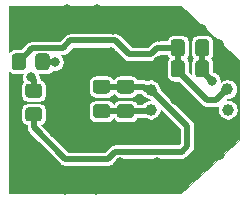
<source format=gbr>
%TF.GenerationSoftware,KiCad,Pcbnew,(5.1.9)-1*%
%TF.CreationDate,2021-08-28T05:28:07+03:00*%
%TF.ProjectId,LED_Head_001,4c45445f-4865-4616-945f-3030312e6b69,rev?*%
%TF.SameCoordinates,Original*%
%TF.FileFunction,Copper,L2,Bot*%
%TF.FilePolarity,Positive*%
%FSLAX46Y46*%
G04 Gerber Fmt 4.6, Leading zero omitted, Abs format (unit mm)*
G04 Created by KiCad (PCBNEW (5.1.9)-1) date 2021-08-28 05:28:07*
%MOMM*%
%LPD*%
G01*
G04 APERTURE LIST*
%TA.AperFunction,ComponentPad*%
%ADD10C,1.000000*%
%TD*%
%TA.AperFunction,ComponentPad*%
%ADD11C,1.400000*%
%TD*%
%TA.AperFunction,ComponentPad*%
%ADD12C,1.900000*%
%TD*%
%TA.AperFunction,ViaPad*%
%ADD13C,0.800000*%
%TD*%
%TA.AperFunction,Conductor*%
%ADD14C,0.500000*%
%TD*%
%TA.AperFunction,Conductor*%
%ADD15C,0.100000*%
%TD*%
G04 APERTURE END LIST*
%TO.P,C1,1*%
%TO.N,Net-(C1-Pad1)*%
%TA.AperFunction,SMDPad,CuDef*%
G36*
G01*
X-10600000Y1687500D02*
X-9650000Y1687500D01*
G75*
G02*
X-9400000Y1437500I0J-250000D01*
G01*
X-9400000Y762500D01*
G75*
G02*
X-9650000Y512500I-250000J0D01*
G01*
X-10600000Y512500D01*
G75*
G02*
X-10850000Y762500I0J250000D01*
G01*
X-10850000Y1437500D01*
G75*
G02*
X-10600000Y1687500I250000J0D01*
G01*
G37*
%TD.AperFunction*%
%TO.P,C1,2*%
%TO.N,Net-(C1-Pad2)*%
%TA.AperFunction,SMDPad,CuDef*%
G36*
G01*
X-10600000Y-387500D02*
X-9650000Y-387500D01*
G75*
G02*
X-9400000Y-637500I0J-250000D01*
G01*
X-9400000Y-1312500D01*
G75*
G02*
X-9650000Y-1562500I-250000J0D01*
G01*
X-10600000Y-1562500D01*
G75*
G02*
X-10850000Y-1312500I0J250000D01*
G01*
X-10850000Y-637500D01*
G75*
G02*
X-10600000Y-387500I250000J0D01*
G01*
G37*
%TD.AperFunction*%
%TD*%
%TO.P,C2,1*%
%TO.N,Net-(C2-Pad1)*%
%TA.AperFunction,SMDPad,CuDef*%
G36*
G01*
X-3037500Y4850000D02*
X-3037500Y3900000D01*
G75*
G02*
X-3287500Y3650000I-250000J0D01*
G01*
X-3962500Y3650000D01*
G75*
G02*
X-4212500Y3900000I0J250000D01*
G01*
X-4212500Y4850000D01*
G75*
G02*
X-3962500Y5100000I250000J0D01*
G01*
X-3287500Y5100000D01*
G75*
G02*
X-3037500Y4850000I0J-250000D01*
G01*
G37*
%TD.AperFunction*%
%TO.P,C2,2*%
%TO.N,Net-(C2-Pad2)*%
%TA.AperFunction,SMDPad,CuDef*%
G36*
G01*
X-5112500Y4850000D02*
X-5112500Y3900000D01*
G75*
G02*
X-5362500Y3650000I-250000J0D01*
G01*
X-6037500Y3650000D01*
G75*
G02*
X-6287500Y3900000I0J250000D01*
G01*
X-6287500Y4850000D01*
G75*
G02*
X-6037500Y5100000I250000J0D01*
G01*
X-5362500Y5100000D01*
G75*
G02*
X-5112500Y4850000I0J-250000D01*
G01*
G37*
%TD.AperFunction*%
%TD*%
%TO.P,C3,2*%
%TO.N,Net-(C1-Pad2)*%
%TA.AperFunction,SMDPad,CuDef*%
G36*
G01*
X-12619999Y-390001D02*
X-11669999Y-390001D01*
G75*
G02*
X-11419999Y-640001I0J-250000D01*
G01*
X-11419999Y-1315001D01*
G75*
G02*
X-11669999Y-1565001I-250000J0D01*
G01*
X-12619999Y-1565001D01*
G75*
G02*
X-12869999Y-1315001I0J250000D01*
G01*
X-12869999Y-640001D01*
G75*
G02*
X-12619999Y-390001I250000J0D01*
G01*
G37*
%TD.AperFunction*%
%TO.P,C3,1*%
%TO.N,Net-(C1-Pad1)*%
%TA.AperFunction,SMDPad,CuDef*%
G36*
G01*
X-12619999Y1684999D02*
X-11669999Y1684999D01*
G75*
G02*
X-11419999Y1434999I0J-250000D01*
G01*
X-11419999Y759999D01*
G75*
G02*
X-11669999Y509999I-250000J0D01*
G01*
X-12619999Y509999D01*
G75*
G02*
X-12869999Y759999I0J250000D01*
G01*
X-12869999Y1434999D01*
G75*
G02*
X-12619999Y1684999I250000J0D01*
G01*
G37*
%TD.AperFunction*%
%TD*%
%TO.P,C4,2*%
%TO.N,Net-(C2-Pad2)*%
%TA.AperFunction,SMDPad,CuDef*%
G36*
G01*
X-5112500Y3075000D02*
X-5112500Y2125000D01*
G75*
G02*
X-5362500Y1875000I-250000J0D01*
G01*
X-6037500Y1875000D01*
G75*
G02*
X-6287500Y2125000I0J250000D01*
G01*
X-6287500Y3075000D01*
G75*
G02*
X-6037500Y3325000I250000J0D01*
G01*
X-5362500Y3325000D01*
G75*
G02*
X-5112500Y3075000I0J-250000D01*
G01*
G37*
%TD.AperFunction*%
%TO.P,C4,1*%
%TO.N,Net-(C2-Pad1)*%
%TA.AperFunction,SMDPad,CuDef*%
G36*
G01*
X-3037500Y3075000D02*
X-3037500Y2125000D01*
G75*
G02*
X-3287500Y1875000I-250000J0D01*
G01*
X-3962500Y1875000D01*
G75*
G02*
X-4212500Y2125000I0J250000D01*
G01*
X-4212500Y3075000D01*
G75*
G02*
X-3962500Y3325000I250000J0D01*
G01*
X-3287500Y3325000D01*
G75*
G02*
X-3037500Y3075000I0J-250000D01*
G01*
G37*
%TD.AperFunction*%
%TD*%
D10*
%TO.P,J1,1*%
%TO.N,Net-(C1-Pad1)*%
X-8000000Y850000D03*
%TD*%
%TO.P,J2,1*%
%TO.N,Net-(C1-Pad2)*%
X-8000000Y-850000D03*
%TD*%
D11*
%TO.P,J3,1*%
%TO.N,GND*%
X-5700000Y7200000D03*
%TD*%
%TO.P,J4,1*%
%TO.N,GND*%
X-1175000Y3025000D03*
%TD*%
D12*
%TO.P,J5,1*%
%TO.N,GND*%
X-18341700Y6000000D03*
%TD*%
%TO.P,J6,1*%
%TO.N,GND*%
X-9091700Y-6250000D03*
%TD*%
%TO.P,J7,1*%
%TO.N,GND*%
X-9091700Y6250000D03*
%TD*%
%TO.P,J8,1*%
%TO.N,GND*%
X-18341700Y-6000000D03*
%TD*%
D11*
%TO.P,J9,1*%
%TO.N,GND*%
X-5700000Y-7200000D03*
%TD*%
%TO.P,J10,1*%
%TO.N,GND*%
X-1175000Y-3025000D03*
%TD*%
D10*
%TO.P,J11,1*%
%TO.N,Net-(C2-Pad1)*%
X-1475000Y-850000D03*
%TD*%
%TO.P,J12,1*%
%TO.N,Net-(C2-Pad2)*%
X-1500000Y875000D03*
%TD*%
%TO.P,R1,2*%
%TO.N,Net-(D4-Pad1)*%
%TA.AperFunction,SMDPad,CuDef*%
G36*
G01*
X-17750000Y2749999D02*
X-17750000Y3650001D01*
G75*
G02*
X-17500001Y3900000I249999J0D01*
G01*
X-16799999Y3900000D01*
G75*
G02*
X-16550000Y3650001I0J-249999D01*
G01*
X-16550000Y2749999D01*
G75*
G02*
X-16799999Y2500000I-249999J0D01*
G01*
X-17500001Y2500000D01*
G75*
G02*
X-17750000Y2749999I0J249999D01*
G01*
G37*
%TD.AperFunction*%
%TO.P,R1,1*%
%TO.N,Net-(C2-Pad2)*%
%TA.AperFunction,SMDPad,CuDef*%
G36*
G01*
X-19750000Y2749999D02*
X-19750000Y3650001D01*
G75*
G02*
X-19500001Y3900000I249999J0D01*
G01*
X-18799999Y3900000D01*
G75*
G02*
X-18550000Y3650001I0J-249999D01*
G01*
X-18550000Y2749999D01*
G75*
G02*
X-18799999Y2500000I-249999J0D01*
G01*
X-19500001Y2500000D01*
G75*
G02*
X-19750000Y2749999I0J249999D01*
G01*
G37*
%TD.AperFunction*%
%TD*%
%TO.P,R2,1*%
%TO.N,Net-(D1-Pad2)*%
%TA.AperFunction,SMDPad,CuDef*%
G36*
G01*
X-18350001Y1350000D02*
X-17449999Y1350000D01*
G75*
G02*
X-17200000Y1100001I0J-249999D01*
G01*
X-17200000Y399999D01*
G75*
G02*
X-17449999Y150000I-249999J0D01*
G01*
X-18350001Y150000D01*
G75*
G02*
X-18600000Y399999I0J249999D01*
G01*
X-18600000Y1100001D01*
G75*
G02*
X-18350001Y1350000I249999J0D01*
G01*
G37*
%TD.AperFunction*%
%TO.P,R2,2*%
%TO.N,Net-(C1-Pad1)*%
%TA.AperFunction,SMDPad,CuDef*%
G36*
G01*
X-18350001Y-650000D02*
X-17449999Y-650000D01*
G75*
G02*
X-17200000Y-899999I0J-249999D01*
G01*
X-17200000Y-1600001D01*
G75*
G02*
X-17449999Y-1850000I-249999J0D01*
G01*
X-18350001Y-1850000D01*
G75*
G02*
X-18600000Y-1600001I0J249999D01*
G01*
X-18600000Y-899999D01*
G75*
G02*
X-18350001Y-650000I249999J0D01*
G01*
G37*
%TD.AperFunction*%
%TD*%
D13*
%TO.N,Net-(D4-Pad1)*%
X-16100000Y3175000D03*
%TO.N,GND*%
X-10575000Y-5325000D03*
X-10550000Y-3450000D03*
X-7400000Y-3325000D03*
X-7475000Y-5275000D03*
X-16150000Y-2825000D03*
X-17525000Y-4050000D03*
X-11150000Y5900000D03*
X-11325000Y4025000D03*
X-7350000Y3250000D03*
X-7250000Y5275000D03*
X-16450000Y5300000D03*
X-12525000Y7650000D03*
X-15075000Y7650000D03*
X-15225000Y-7700000D03*
X-12625000Y-7675000D03*
X-4700000Y-200000D03*
X-8575000Y2050000D03*
X-8650000Y-2225000D03*
X-5900000Y-75000D03*
X-13400000Y2400000D03*
X-13550000Y-2450000D03*
X-2175000Y4700000D03*
X-3675000Y5975000D03*
X-3350000Y-5675000D03*
X-2150000Y-4675000D03*
%TO.N,Net-(C2-Pad1)*%
X-2800000Y1575000D03*
%TO.N,Net-(D1-Pad2)*%
X-18125000Y1900000D03*
%TD*%
D14*
%TO.N,Net-(C1-Pad1)*%
X-17900000Y-2350000D02*
X-17900000Y-1250000D01*
X-15250000Y-5000000D02*
X-17900000Y-2350000D01*
X-5375000Y-4400000D02*
X-11000000Y-4400000D01*
X-11600000Y-5000000D02*
X-15250000Y-5000000D01*
X-4900000Y-3925000D02*
X-5375000Y-4400000D01*
X-4900000Y-2250000D02*
X-4900000Y-3925000D01*
X-11000000Y-4400000D02*
X-11600000Y-5000000D01*
X-8000000Y850000D02*
X-4900000Y-2250000D01*
X-8000000Y850000D02*
X-8325000Y850000D01*
X-8575000Y1100000D02*
X-10125000Y1100000D01*
X-8325000Y850000D02*
X-8575000Y1100000D01*
X-10127501Y1097499D02*
X-10125000Y1100000D01*
X-12144999Y1097499D02*
X-10127501Y1097499D01*
%TO.N,Net-(C1-Pad2)*%
X-10127501Y-977501D02*
X-10125000Y-975000D01*
X-12144999Y-977501D02*
X-10127501Y-977501D01*
X-8125000Y-975000D02*
X-8000000Y-850000D01*
X-10125000Y-975000D02*
X-8125000Y-975000D01*
%TO.N,Net-(D4-Pad1)*%
X-16125000Y3200000D02*
X-16100000Y3175000D01*
X-17150000Y3200000D02*
X-16125000Y3200000D01*
%TO.N,Net-(C2-Pad1)*%
X-3625000Y4375000D02*
X-3625000Y2600000D01*
X-3825000Y2600000D02*
X-2800000Y1575000D01*
%TO.N,Net-(C2-Pad2)*%
X-17999990Y4350010D02*
X-15449990Y4350010D01*
X-19150000Y3200000D02*
X-17999990Y4350010D01*
X-15449990Y4350010D02*
X-14800000Y5000000D01*
X-14800000Y5000000D02*
X-10975000Y5000000D01*
X-10975000Y5000000D02*
X-9825000Y3850000D01*
X-9825000Y3850000D02*
X-7975000Y3850000D01*
X-7975000Y3850000D02*
X-7425000Y4400000D01*
X-5725000Y4400000D02*
X-5700000Y4375000D01*
X-7425000Y4400000D02*
X-5725000Y4400000D01*
X-5700000Y4375000D02*
X-5700000Y2600000D01*
X-2425000Y-50000D02*
X-1500000Y875000D01*
X-3200000Y-50000D02*
X-2425000Y-50000D01*
X-5700000Y2450000D02*
X-3200000Y-50000D01*
X-5700000Y2600000D02*
X-5700000Y2450000D01*
%TO.N,Net-(D1-Pad2)*%
X-17900000Y1675000D02*
X-18125000Y1900000D01*
X-17900000Y750000D02*
X-17900000Y1675000D01*
%TD*%
D15*
%TO.N,GND*%
X-508299Y3386030D02*
X-508300Y-3386031D01*
X-5429138Y-7925000D01*
X-19966700Y-7925000D01*
X-19966700Y-899999D01*
X-18951693Y-899999D01*
X-18951693Y-1600001D01*
X-18940132Y-1717385D01*
X-18905892Y-1830259D01*
X-18850290Y-1934283D01*
X-18775461Y-2025461D01*
X-18684283Y-2100290D01*
X-18580259Y-2155892D01*
X-18500000Y-2180238D01*
X-18500000Y-2320526D01*
X-18502903Y-2350000D01*
X-18500000Y-2379473D01*
X-18491318Y-2467620D01*
X-18457010Y-2580720D01*
X-18401296Y-2684954D01*
X-18326317Y-2776317D01*
X-18303414Y-2795113D01*
X-15695109Y-5403419D01*
X-15676317Y-5426317D01*
X-15584955Y-5501296D01*
X-15480721Y-5557010D01*
X-15367621Y-5591318D01*
X-15250000Y-5602903D01*
X-15220526Y-5600000D01*
X-11629474Y-5600000D01*
X-11600000Y-5602903D01*
X-11570526Y-5600000D01*
X-11482379Y-5591318D01*
X-11369279Y-5557010D01*
X-11265045Y-5501296D01*
X-11173683Y-5426317D01*
X-11154887Y-5403414D01*
X-10751472Y-5000000D01*
X-5404474Y-5000000D01*
X-5375000Y-5002903D01*
X-5345526Y-5000000D01*
X-5257379Y-4991318D01*
X-5144279Y-4957010D01*
X-5040045Y-4901296D01*
X-4948683Y-4826317D01*
X-4929888Y-4803415D01*
X-4496576Y-4370105D01*
X-4473683Y-4351317D01*
X-4398704Y-4259955D01*
X-4342990Y-4155721D01*
X-4308682Y-4042621D01*
X-4300000Y-3954474D01*
X-4300000Y-3954467D01*
X-4297098Y-3925001D01*
X-4300000Y-3895535D01*
X-4300000Y-2279473D01*
X-4297097Y-2249999D01*
X-4308682Y-2132379D01*
X-4342990Y-2019280D01*
X-4342990Y-2019279D01*
X-4398704Y-1915045D01*
X-4473683Y-1823683D01*
X-4496580Y-1804892D01*
X-7150000Y848527D01*
X-7150000Y933718D01*
X-7182665Y1097936D01*
X-7246740Y1252626D01*
X-7339762Y1391844D01*
X-7458156Y1510238D01*
X-7597374Y1603260D01*
X-7752064Y1667335D01*
X-7916282Y1700000D01*
X-8083718Y1700000D01*
X-8247936Y1667335D01*
X-8313098Y1640344D01*
X-8344279Y1657010D01*
X-8457379Y1691318D01*
X-8545526Y1700000D01*
X-8575000Y1702903D01*
X-8604474Y1700000D01*
X-9111342Y1700000D01*
X-9149711Y1771783D01*
X-9224539Y1862961D01*
X-9315717Y1937789D01*
X-9419742Y1993392D01*
X-9532616Y2027632D01*
X-9650000Y2039193D01*
X-10600000Y2039193D01*
X-10717384Y2027632D01*
X-10830258Y1993392D01*
X-10934283Y1937789D01*
X-11025461Y1862961D01*
X-11100289Y1771783D01*
X-11135668Y1705594D01*
X-11169710Y1769282D01*
X-11244538Y1860460D01*
X-11335716Y1935288D01*
X-11439741Y1990891D01*
X-11552615Y2025131D01*
X-11669999Y2036692D01*
X-12619999Y2036692D01*
X-12737383Y2025131D01*
X-12850257Y1990891D01*
X-12954282Y1935288D01*
X-13045460Y1860460D01*
X-13120288Y1769282D01*
X-13175891Y1665257D01*
X-13210131Y1552383D01*
X-13221692Y1434999D01*
X-13221692Y759999D01*
X-13210131Y642615D01*
X-13175891Y529741D01*
X-13120288Y425716D01*
X-13045460Y334538D01*
X-12954282Y259710D01*
X-12850257Y204107D01*
X-12737383Y169867D01*
X-12619999Y158306D01*
X-11669999Y158306D01*
X-11552615Y169867D01*
X-11439741Y204107D01*
X-11335716Y259710D01*
X-11244538Y334538D01*
X-11169710Y425716D01*
X-11134331Y491905D01*
X-11100289Y428217D01*
X-11025461Y337039D01*
X-10934283Y262211D01*
X-10830258Y206608D01*
X-10717384Y172368D01*
X-10600000Y160807D01*
X-9650000Y160807D01*
X-9532616Y172368D01*
X-9419742Y206608D01*
X-9315717Y262211D01*
X-9224539Y337039D01*
X-9149711Y428217D01*
X-9111342Y500000D01*
X-8823528Y500000D01*
X-8770109Y446581D01*
X-8751317Y423683D01*
X-8720570Y398449D01*
X-8660238Y308156D01*
X-8541844Y189762D01*
X-8402626Y96740D01*
X-8247936Y32665D01*
X-8083718Y0D01*
X-8247936Y-32665D01*
X-8402626Y-96740D01*
X-8541844Y-189762D01*
X-8660238Y-308156D01*
X-8704901Y-375000D01*
X-9111342Y-375000D01*
X-9149711Y-303217D01*
X-9224539Y-212039D01*
X-9315717Y-137211D01*
X-9419742Y-81608D01*
X-9532616Y-47368D01*
X-9650000Y-35807D01*
X-10600000Y-35807D01*
X-10717384Y-47368D01*
X-10830258Y-81608D01*
X-10934283Y-137211D01*
X-11025461Y-212039D01*
X-11100289Y-303217D01*
X-11135668Y-369406D01*
X-11169710Y-305718D01*
X-11244538Y-214540D01*
X-11335716Y-139712D01*
X-11439741Y-84109D01*
X-11552615Y-49869D01*
X-11669999Y-38308D01*
X-12619999Y-38308D01*
X-12737383Y-49869D01*
X-12850257Y-84109D01*
X-12954282Y-139712D01*
X-13045460Y-214540D01*
X-13120288Y-305718D01*
X-13175891Y-409743D01*
X-13210131Y-522617D01*
X-13221692Y-640001D01*
X-13221692Y-1315001D01*
X-13210131Y-1432385D01*
X-13175891Y-1545259D01*
X-13120288Y-1649284D01*
X-13045460Y-1740462D01*
X-12954282Y-1815290D01*
X-12850257Y-1870893D01*
X-12737383Y-1905133D01*
X-12619999Y-1916694D01*
X-11669999Y-1916694D01*
X-11552615Y-1905133D01*
X-11439741Y-1870893D01*
X-11335716Y-1815290D01*
X-11244538Y-1740462D01*
X-11169710Y-1649284D01*
X-11134331Y-1583095D01*
X-11100289Y-1646783D01*
X-11025461Y-1737961D01*
X-10934283Y-1812789D01*
X-10830258Y-1868392D01*
X-10717384Y-1902632D01*
X-10600000Y-1914193D01*
X-9650000Y-1914193D01*
X-9532616Y-1902632D01*
X-9419742Y-1868392D01*
X-9315717Y-1812789D01*
X-9224539Y-1737961D01*
X-9149711Y-1646783D01*
X-9111342Y-1575000D01*
X-8444920Y-1575000D01*
X-8402626Y-1603260D01*
X-8247936Y-1667335D01*
X-8083718Y-1700000D01*
X-7916282Y-1700000D01*
X-7752064Y-1667335D01*
X-7597374Y-1603260D01*
X-7458156Y-1510238D01*
X-7339762Y-1391844D01*
X-7246740Y-1252626D01*
X-7182665Y-1097936D01*
X-7150000Y-933718D01*
X-7150000Y-848527D01*
X-5500000Y-2498528D01*
X-5499999Y-3676471D01*
X-5623528Y-3800000D01*
X-10970527Y-3800000D01*
X-11000001Y-3797097D01*
X-11104402Y-3807380D01*
X-11117621Y-3808682D01*
X-11230721Y-3842990D01*
X-11334955Y-3898704D01*
X-11426317Y-3973683D01*
X-11445106Y-3996578D01*
X-11848527Y-4400000D01*
X-15001472Y-4400000D01*
X-17239567Y-2161906D01*
X-17219741Y-2155892D01*
X-17115717Y-2100290D01*
X-17024539Y-2025461D01*
X-16949710Y-1934283D01*
X-16894108Y-1830259D01*
X-16859868Y-1717385D01*
X-16848307Y-1600001D01*
X-16848307Y-899999D01*
X-16859868Y-782615D01*
X-16894108Y-669741D01*
X-16949710Y-565717D01*
X-17024539Y-474539D01*
X-17115717Y-399710D01*
X-17219741Y-344108D01*
X-17332615Y-309868D01*
X-17449999Y-298307D01*
X-18350001Y-298307D01*
X-18467385Y-309868D01*
X-18580259Y-344108D01*
X-18684283Y-399710D01*
X-18775461Y-474539D01*
X-18850290Y-565717D01*
X-18905892Y-669741D01*
X-18940132Y-782615D01*
X-18951693Y-899999D01*
X-19966700Y-899999D01*
X-19966700Y2374788D01*
X-19925461Y2324539D01*
X-19834283Y2249710D01*
X-19730259Y2194108D01*
X-19617385Y2159868D01*
X-19500001Y2148307D01*
X-18833942Y2148307D01*
X-18846178Y2118767D01*
X-18875000Y1973869D01*
X-18875000Y1826131D01*
X-18846178Y1681233D01*
X-18789641Y1544742D01*
X-18776176Y1524590D01*
X-18850290Y1434283D01*
X-18905892Y1330259D01*
X-18940132Y1217385D01*
X-18951693Y1100001D01*
X-18951693Y399999D01*
X-18940132Y282615D01*
X-18905892Y169741D01*
X-18850290Y65717D01*
X-18775461Y-25461D01*
X-18684283Y-100290D01*
X-18580259Y-155892D01*
X-18467385Y-190132D01*
X-18350001Y-201693D01*
X-17449999Y-201693D01*
X-17332615Y-190132D01*
X-17219741Y-155892D01*
X-17115717Y-100290D01*
X-17024539Y-25461D01*
X-16949710Y65717D01*
X-16894108Y169741D01*
X-16859868Y282615D01*
X-16848307Y399999D01*
X-16848307Y1100001D01*
X-16859868Y1217385D01*
X-16894108Y1330259D01*
X-16949710Y1434283D01*
X-17024539Y1525461D01*
X-17115717Y1600290D01*
X-17219741Y1655892D01*
X-17297539Y1679492D01*
X-17308682Y1792621D01*
X-17325207Y1847097D01*
X-17342990Y1905721D01*
X-17375000Y1965608D01*
X-17375000Y1973869D01*
X-17403822Y2118767D01*
X-17416058Y2148307D01*
X-16799999Y2148307D01*
X-16682615Y2159868D01*
X-16569741Y2194108D01*
X-16465717Y2249710D01*
X-16374539Y2324539D01*
X-16299710Y2415717D01*
X-16283131Y2446734D01*
X-16173869Y2425000D01*
X-16026131Y2425000D01*
X-15881233Y2453822D01*
X-15744742Y2510359D01*
X-15621903Y2592437D01*
X-15517437Y2696903D01*
X-15435359Y2819742D01*
X-15378822Y2956233D01*
X-15350000Y3101131D01*
X-15350000Y3248869D01*
X-15378822Y3393767D01*
X-15435359Y3530258D01*
X-15517437Y3653097D01*
X-15614350Y3750010D01*
X-15479464Y3750010D01*
X-15449990Y3747107D01*
X-15420516Y3750010D01*
X-15332369Y3758692D01*
X-15219269Y3793000D01*
X-15115035Y3848714D01*
X-15023673Y3923693D01*
X-15004877Y3946596D01*
X-14551472Y4400000D01*
X-11223527Y4400000D01*
X-10270109Y3446581D01*
X-10251317Y3423683D01*
X-10159955Y3348704D01*
X-10065668Y3298307D01*
X-10055721Y3292990D01*
X-9942621Y3258681D01*
X-9825000Y3247097D01*
X-9795524Y3250000D01*
X-8004474Y3250000D01*
X-7975000Y3247097D01*
X-7945526Y3250000D01*
X-7857379Y3258682D01*
X-7744279Y3292990D01*
X-7640045Y3348704D01*
X-7548683Y3423683D01*
X-7529887Y3446585D01*
X-7176472Y3800000D01*
X-6629344Y3800000D01*
X-6627632Y3782616D01*
X-6593392Y3669742D01*
X-6537789Y3565717D01*
X-6473598Y3487500D01*
X-6537789Y3409283D01*
X-6593392Y3305258D01*
X-6627632Y3192384D01*
X-6639193Y3075000D01*
X-6639193Y2125000D01*
X-6627632Y2007616D01*
X-6593392Y1894742D01*
X-6537789Y1790717D01*
X-6462961Y1699539D01*
X-6371783Y1624711D01*
X-6267758Y1569108D01*
X-6154884Y1534868D01*
X-6037500Y1523307D01*
X-5621834Y1523307D01*
X-3645109Y-453419D01*
X-3626317Y-476317D01*
X-3534955Y-551296D01*
X-3430721Y-607010D01*
X-3321814Y-640046D01*
X-3317621Y-641318D01*
X-3200000Y-652903D01*
X-3170526Y-650000D01*
X-2454474Y-650000D01*
X-2425000Y-652903D01*
X-2395526Y-650000D01*
X-2307379Y-641318D01*
X-2299678Y-638982D01*
X-2325000Y-766282D01*
X-2325000Y-933718D01*
X-2292335Y-1097936D01*
X-2228260Y-1252626D01*
X-2135238Y-1391844D01*
X-2016844Y-1510238D01*
X-1877626Y-1603260D01*
X-1722936Y-1667335D01*
X-1558718Y-1700000D01*
X-1391282Y-1700000D01*
X-1227064Y-1667335D01*
X-1072374Y-1603260D01*
X-933156Y-1510238D01*
X-814762Y-1391844D01*
X-721740Y-1252626D01*
X-657665Y-1097936D01*
X-625000Y-933718D01*
X-625000Y-766282D01*
X-657665Y-602064D01*
X-721740Y-447374D01*
X-814762Y-308156D01*
X-933156Y-189762D01*
X-1072374Y-96740D01*
X-1227064Y-32665D01*
X-1391282Y0D01*
X-1526472Y0D01*
X-1501472Y25000D01*
X-1416282Y25000D01*
X-1252064Y57665D01*
X-1097374Y121740D01*
X-958156Y214762D01*
X-839762Y333156D01*
X-746740Y472374D01*
X-682665Y627064D01*
X-650000Y791282D01*
X-650000Y958718D01*
X-682665Y1122936D01*
X-746740Y1277626D01*
X-839762Y1416844D01*
X-958156Y1535238D01*
X-1097374Y1628260D01*
X-1252064Y1692335D01*
X-1416282Y1725000D01*
X-1583718Y1725000D01*
X-1747936Y1692335D01*
X-1902626Y1628260D01*
X-2041844Y1535238D01*
X-2050000Y1527082D01*
X-2050000Y1648869D01*
X-2078822Y1793767D01*
X-2135359Y1930258D01*
X-2217437Y2053097D01*
X-2321903Y2157563D01*
X-2444742Y2239641D01*
X-2581233Y2296178D01*
X-2685807Y2316979D01*
X-2685807Y3075000D01*
X-2697368Y3192384D01*
X-2731608Y3305258D01*
X-2787211Y3409283D01*
X-2851402Y3487500D01*
X-2787211Y3565717D01*
X-2731608Y3669742D01*
X-2697368Y3782616D01*
X-2685807Y3900000D01*
X-2685807Y4850000D01*
X-2697368Y4967384D01*
X-2731608Y5080258D01*
X-2787211Y5184283D01*
X-2862039Y5275461D01*
X-2953217Y5350289D01*
X-3057242Y5405892D01*
X-3170116Y5440132D01*
X-3287500Y5451693D01*
X-3962500Y5451693D01*
X-4079884Y5440132D01*
X-4192758Y5405892D01*
X-4296783Y5350289D01*
X-4387961Y5275461D01*
X-4462789Y5184283D01*
X-4518392Y5080258D01*
X-4552632Y4967384D01*
X-4564193Y4850000D01*
X-4564193Y3900000D01*
X-4552632Y3782616D01*
X-4518392Y3669742D01*
X-4462789Y3565717D01*
X-4398598Y3487500D01*
X-4462789Y3409283D01*
X-4518392Y3305258D01*
X-4552632Y3192384D01*
X-4564193Y3075000D01*
X-4564193Y2162720D01*
X-4760807Y2359334D01*
X-4760807Y3075000D01*
X-4772368Y3192384D01*
X-4806608Y3305258D01*
X-4862211Y3409283D01*
X-4926402Y3487500D01*
X-4862211Y3565717D01*
X-4806608Y3669742D01*
X-4772368Y3782616D01*
X-4760807Y3900000D01*
X-4760807Y4850000D01*
X-4772368Y4967384D01*
X-4806608Y5080258D01*
X-4862211Y5184283D01*
X-4937039Y5275461D01*
X-5028217Y5350289D01*
X-5132242Y5405892D01*
X-5245116Y5440132D01*
X-5362500Y5451693D01*
X-6037500Y5451693D01*
X-6154884Y5440132D01*
X-6267758Y5405892D01*
X-6371783Y5350289D01*
X-6462961Y5275461D01*
X-6537789Y5184283D01*
X-6593392Y5080258D01*
X-6617738Y5000000D01*
X-7395535Y5000000D01*
X-7425001Y5002902D01*
X-7454467Y5000000D01*
X-7454474Y5000000D01*
X-7531360Y4992427D01*
X-7542622Y4991318D01*
X-7576930Y4980911D01*
X-7655721Y4957010D01*
X-7759955Y4901296D01*
X-7851317Y4826317D01*
X-7870105Y4803424D01*
X-8223528Y4450000D01*
X-9576472Y4450000D01*
X-10529887Y5403414D01*
X-10548683Y5426317D01*
X-10640045Y5501296D01*
X-10744279Y5557010D01*
X-10857379Y5591318D01*
X-10945526Y5600000D01*
X-10975000Y5602903D01*
X-11004474Y5600000D01*
X-14770526Y5600000D01*
X-14800000Y5602903D01*
X-14829474Y5600000D01*
X-14917621Y5591318D01*
X-15030721Y5557010D01*
X-15134955Y5501296D01*
X-15226317Y5426317D01*
X-15245109Y5403419D01*
X-15698517Y4950010D01*
X-17970516Y4950010D01*
X-17999990Y4952913D01*
X-18029464Y4950010D01*
X-18117611Y4941328D01*
X-18230711Y4907020D01*
X-18334945Y4851306D01*
X-18426307Y4776327D01*
X-18445096Y4753432D01*
X-18946835Y4251693D01*
X-19500001Y4251693D01*
X-19617385Y4240132D01*
X-19730259Y4205892D01*
X-19834283Y4150290D01*
X-19925461Y4075461D01*
X-19966700Y4025212D01*
X-19966700Y7925000D01*
X-5429138Y7925000D01*
X-508299Y3386030D01*
%TA.AperFunction,Conductor*%
G36*
X-508299Y3386030D02*
G01*
X-508300Y-3386031D01*
X-5429138Y-7925000D01*
X-19966700Y-7925000D01*
X-19966700Y-899999D01*
X-18951693Y-899999D01*
X-18951693Y-1600001D01*
X-18940132Y-1717385D01*
X-18905892Y-1830259D01*
X-18850290Y-1934283D01*
X-18775461Y-2025461D01*
X-18684283Y-2100290D01*
X-18580259Y-2155892D01*
X-18500000Y-2180238D01*
X-18500000Y-2320526D01*
X-18502903Y-2350000D01*
X-18500000Y-2379473D01*
X-18491318Y-2467620D01*
X-18457010Y-2580720D01*
X-18401296Y-2684954D01*
X-18326317Y-2776317D01*
X-18303414Y-2795113D01*
X-15695109Y-5403419D01*
X-15676317Y-5426317D01*
X-15584955Y-5501296D01*
X-15480721Y-5557010D01*
X-15367621Y-5591318D01*
X-15250000Y-5602903D01*
X-15220526Y-5600000D01*
X-11629474Y-5600000D01*
X-11600000Y-5602903D01*
X-11570526Y-5600000D01*
X-11482379Y-5591318D01*
X-11369279Y-5557010D01*
X-11265045Y-5501296D01*
X-11173683Y-5426317D01*
X-11154887Y-5403414D01*
X-10751472Y-5000000D01*
X-5404474Y-5000000D01*
X-5375000Y-5002903D01*
X-5345526Y-5000000D01*
X-5257379Y-4991318D01*
X-5144279Y-4957010D01*
X-5040045Y-4901296D01*
X-4948683Y-4826317D01*
X-4929888Y-4803415D01*
X-4496576Y-4370105D01*
X-4473683Y-4351317D01*
X-4398704Y-4259955D01*
X-4342990Y-4155721D01*
X-4308682Y-4042621D01*
X-4300000Y-3954474D01*
X-4300000Y-3954467D01*
X-4297098Y-3925001D01*
X-4300000Y-3895535D01*
X-4300000Y-2279473D01*
X-4297097Y-2249999D01*
X-4308682Y-2132379D01*
X-4342990Y-2019280D01*
X-4342990Y-2019279D01*
X-4398704Y-1915045D01*
X-4473683Y-1823683D01*
X-4496580Y-1804892D01*
X-7150000Y848527D01*
X-7150000Y933718D01*
X-7182665Y1097936D01*
X-7246740Y1252626D01*
X-7339762Y1391844D01*
X-7458156Y1510238D01*
X-7597374Y1603260D01*
X-7752064Y1667335D01*
X-7916282Y1700000D01*
X-8083718Y1700000D01*
X-8247936Y1667335D01*
X-8313098Y1640344D01*
X-8344279Y1657010D01*
X-8457379Y1691318D01*
X-8545526Y1700000D01*
X-8575000Y1702903D01*
X-8604474Y1700000D01*
X-9111342Y1700000D01*
X-9149711Y1771783D01*
X-9224539Y1862961D01*
X-9315717Y1937789D01*
X-9419742Y1993392D01*
X-9532616Y2027632D01*
X-9650000Y2039193D01*
X-10600000Y2039193D01*
X-10717384Y2027632D01*
X-10830258Y1993392D01*
X-10934283Y1937789D01*
X-11025461Y1862961D01*
X-11100289Y1771783D01*
X-11135668Y1705594D01*
X-11169710Y1769282D01*
X-11244538Y1860460D01*
X-11335716Y1935288D01*
X-11439741Y1990891D01*
X-11552615Y2025131D01*
X-11669999Y2036692D01*
X-12619999Y2036692D01*
X-12737383Y2025131D01*
X-12850257Y1990891D01*
X-12954282Y1935288D01*
X-13045460Y1860460D01*
X-13120288Y1769282D01*
X-13175891Y1665257D01*
X-13210131Y1552383D01*
X-13221692Y1434999D01*
X-13221692Y759999D01*
X-13210131Y642615D01*
X-13175891Y529741D01*
X-13120288Y425716D01*
X-13045460Y334538D01*
X-12954282Y259710D01*
X-12850257Y204107D01*
X-12737383Y169867D01*
X-12619999Y158306D01*
X-11669999Y158306D01*
X-11552615Y169867D01*
X-11439741Y204107D01*
X-11335716Y259710D01*
X-11244538Y334538D01*
X-11169710Y425716D01*
X-11134331Y491905D01*
X-11100289Y428217D01*
X-11025461Y337039D01*
X-10934283Y262211D01*
X-10830258Y206608D01*
X-10717384Y172368D01*
X-10600000Y160807D01*
X-9650000Y160807D01*
X-9532616Y172368D01*
X-9419742Y206608D01*
X-9315717Y262211D01*
X-9224539Y337039D01*
X-9149711Y428217D01*
X-9111342Y500000D01*
X-8823528Y500000D01*
X-8770109Y446581D01*
X-8751317Y423683D01*
X-8720570Y398449D01*
X-8660238Y308156D01*
X-8541844Y189762D01*
X-8402626Y96740D01*
X-8247936Y32665D01*
X-8083718Y0D01*
X-8247936Y-32665D01*
X-8402626Y-96740D01*
X-8541844Y-189762D01*
X-8660238Y-308156D01*
X-8704901Y-375000D01*
X-9111342Y-375000D01*
X-9149711Y-303217D01*
X-9224539Y-212039D01*
X-9315717Y-137211D01*
X-9419742Y-81608D01*
X-9532616Y-47368D01*
X-9650000Y-35807D01*
X-10600000Y-35807D01*
X-10717384Y-47368D01*
X-10830258Y-81608D01*
X-10934283Y-137211D01*
X-11025461Y-212039D01*
X-11100289Y-303217D01*
X-11135668Y-369406D01*
X-11169710Y-305718D01*
X-11244538Y-214540D01*
X-11335716Y-139712D01*
X-11439741Y-84109D01*
X-11552615Y-49869D01*
X-11669999Y-38308D01*
X-12619999Y-38308D01*
X-12737383Y-49869D01*
X-12850257Y-84109D01*
X-12954282Y-139712D01*
X-13045460Y-214540D01*
X-13120288Y-305718D01*
X-13175891Y-409743D01*
X-13210131Y-522617D01*
X-13221692Y-640001D01*
X-13221692Y-1315001D01*
X-13210131Y-1432385D01*
X-13175891Y-1545259D01*
X-13120288Y-1649284D01*
X-13045460Y-1740462D01*
X-12954282Y-1815290D01*
X-12850257Y-1870893D01*
X-12737383Y-1905133D01*
X-12619999Y-1916694D01*
X-11669999Y-1916694D01*
X-11552615Y-1905133D01*
X-11439741Y-1870893D01*
X-11335716Y-1815290D01*
X-11244538Y-1740462D01*
X-11169710Y-1649284D01*
X-11134331Y-1583095D01*
X-11100289Y-1646783D01*
X-11025461Y-1737961D01*
X-10934283Y-1812789D01*
X-10830258Y-1868392D01*
X-10717384Y-1902632D01*
X-10600000Y-1914193D01*
X-9650000Y-1914193D01*
X-9532616Y-1902632D01*
X-9419742Y-1868392D01*
X-9315717Y-1812789D01*
X-9224539Y-1737961D01*
X-9149711Y-1646783D01*
X-9111342Y-1575000D01*
X-8444920Y-1575000D01*
X-8402626Y-1603260D01*
X-8247936Y-1667335D01*
X-8083718Y-1700000D01*
X-7916282Y-1700000D01*
X-7752064Y-1667335D01*
X-7597374Y-1603260D01*
X-7458156Y-1510238D01*
X-7339762Y-1391844D01*
X-7246740Y-1252626D01*
X-7182665Y-1097936D01*
X-7150000Y-933718D01*
X-7150000Y-848527D01*
X-5500000Y-2498528D01*
X-5499999Y-3676471D01*
X-5623528Y-3800000D01*
X-10970527Y-3800000D01*
X-11000001Y-3797097D01*
X-11104402Y-3807380D01*
X-11117621Y-3808682D01*
X-11230721Y-3842990D01*
X-11334955Y-3898704D01*
X-11426317Y-3973683D01*
X-11445106Y-3996578D01*
X-11848527Y-4400000D01*
X-15001472Y-4400000D01*
X-17239567Y-2161906D01*
X-17219741Y-2155892D01*
X-17115717Y-2100290D01*
X-17024539Y-2025461D01*
X-16949710Y-1934283D01*
X-16894108Y-1830259D01*
X-16859868Y-1717385D01*
X-16848307Y-1600001D01*
X-16848307Y-899999D01*
X-16859868Y-782615D01*
X-16894108Y-669741D01*
X-16949710Y-565717D01*
X-17024539Y-474539D01*
X-17115717Y-399710D01*
X-17219741Y-344108D01*
X-17332615Y-309868D01*
X-17449999Y-298307D01*
X-18350001Y-298307D01*
X-18467385Y-309868D01*
X-18580259Y-344108D01*
X-18684283Y-399710D01*
X-18775461Y-474539D01*
X-18850290Y-565717D01*
X-18905892Y-669741D01*
X-18940132Y-782615D01*
X-18951693Y-899999D01*
X-19966700Y-899999D01*
X-19966700Y2374788D01*
X-19925461Y2324539D01*
X-19834283Y2249710D01*
X-19730259Y2194108D01*
X-19617385Y2159868D01*
X-19500001Y2148307D01*
X-18833942Y2148307D01*
X-18846178Y2118767D01*
X-18875000Y1973869D01*
X-18875000Y1826131D01*
X-18846178Y1681233D01*
X-18789641Y1544742D01*
X-18776176Y1524590D01*
X-18850290Y1434283D01*
X-18905892Y1330259D01*
X-18940132Y1217385D01*
X-18951693Y1100001D01*
X-18951693Y399999D01*
X-18940132Y282615D01*
X-18905892Y169741D01*
X-18850290Y65717D01*
X-18775461Y-25461D01*
X-18684283Y-100290D01*
X-18580259Y-155892D01*
X-18467385Y-190132D01*
X-18350001Y-201693D01*
X-17449999Y-201693D01*
X-17332615Y-190132D01*
X-17219741Y-155892D01*
X-17115717Y-100290D01*
X-17024539Y-25461D01*
X-16949710Y65717D01*
X-16894108Y169741D01*
X-16859868Y282615D01*
X-16848307Y399999D01*
X-16848307Y1100001D01*
X-16859868Y1217385D01*
X-16894108Y1330259D01*
X-16949710Y1434283D01*
X-17024539Y1525461D01*
X-17115717Y1600290D01*
X-17219741Y1655892D01*
X-17297539Y1679492D01*
X-17308682Y1792621D01*
X-17325207Y1847097D01*
X-17342990Y1905721D01*
X-17375000Y1965608D01*
X-17375000Y1973869D01*
X-17403822Y2118767D01*
X-17416058Y2148307D01*
X-16799999Y2148307D01*
X-16682615Y2159868D01*
X-16569741Y2194108D01*
X-16465717Y2249710D01*
X-16374539Y2324539D01*
X-16299710Y2415717D01*
X-16283131Y2446734D01*
X-16173869Y2425000D01*
X-16026131Y2425000D01*
X-15881233Y2453822D01*
X-15744742Y2510359D01*
X-15621903Y2592437D01*
X-15517437Y2696903D01*
X-15435359Y2819742D01*
X-15378822Y2956233D01*
X-15350000Y3101131D01*
X-15350000Y3248869D01*
X-15378822Y3393767D01*
X-15435359Y3530258D01*
X-15517437Y3653097D01*
X-15614350Y3750010D01*
X-15479464Y3750010D01*
X-15449990Y3747107D01*
X-15420516Y3750010D01*
X-15332369Y3758692D01*
X-15219269Y3793000D01*
X-15115035Y3848714D01*
X-15023673Y3923693D01*
X-15004877Y3946596D01*
X-14551472Y4400000D01*
X-11223527Y4400000D01*
X-10270109Y3446581D01*
X-10251317Y3423683D01*
X-10159955Y3348704D01*
X-10065668Y3298307D01*
X-10055721Y3292990D01*
X-9942621Y3258681D01*
X-9825000Y3247097D01*
X-9795524Y3250000D01*
X-8004474Y3250000D01*
X-7975000Y3247097D01*
X-7945526Y3250000D01*
X-7857379Y3258682D01*
X-7744279Y3292990D01*
X-7640045Y3348704D01*
X-7548683Y3423683D01*
X-7529887Y3446585D01*
X-7176472Y3800000D01*
X-6629344Y3800000D01*
X-6627632Y3782616D01*
X-6593392Y3669742D01*
X-6537789Y3565717D01*
X-6473598Y3487500D01*
X-6537789Y3409283D01*
X-6593392Y3305258D01*
X-6627632Y3192384D01*
X-6639193Y3075000D01*
X-6639193Y2125000D01*
X-6627632Y2007616D01*
X-6593392Y1894742D01*
X-6537789Y1790717D01*
X-6462961Y1699539D01*
X-6371783Y1624711D01*
X-6267758Y1569108D01*
X-6154884Y1534868D01*
X-6037500Y1523307D01*
X-5621834Y1523307D01*
X-3645109Y-453419D01*
X-3626317Y-476317D01*
X-3534955Y-551296D01*
X-3430721Y-607010D01*
X-3321814Y-640046D01*
X-3317621Y-641318D01*
X-3200000Y-652903D01*
X-3170526Y-650000D01*
X-2454474Y-650000D01*
X-2425000Y-652903D01*
X-2395526Y-650000D01*
X-2307379Y-641318D01*
X-2299678Y-638982D01*
X-2325000Y-766282D01*
X-2325000Y-933718D01*
X-2292335Y-1097936D01*
X-2228260Y-1252626D01*
X-2135238Y-1391844D01*
X-2016844Y-1510238D01*
X-1877626Y-1603260D01*
X-1722936Y-1667335D01*
X-1558718Y-1700000D01*
X-1391282Y-1700000D01*
X-1227064Y-1667335D01*
X-1072374Y-1603260D01*
X-933156Y-1510238D01*
X-814762Y-1391844D01*
X-721740Y-1252626D01*
X-657665Y-1097936D01*
X-625000Y-933718D01*
X-625000Y-766282D01*
X-657665Y-602064D01*
X-721740Y-447374D01*
X-814762Y-308156D01*
X-933156Y-189762D01*
X-1072374Y-96740D01*
X-1227064Y-32665D01*
X-1391282Y0D01*
X-1526472Y0D01*
X-1501472Y25000D01*
X-1416282Y25000D01*
X-1252064Y57665D01*
X-1097374Y121740D01*
X-958156Y214762D01*
X-839762Y333156D01*
X-746740Y472374D01*
X-682665Y627064D01*
X-650000Y791282D01*
X-650000Y958718D01*
X-682665Y1122936D01*
X-746740Y1277626D01*
X-839762Y1416844D01*
X-958156Y1535238D01*
X-1097374Y1628260D01*
X-1252064Y1692335D01*
X-1416282Y1725000D01*
X-1583718Y1725000D01*
X-1747936Y1692335D01*
X-1902626Y1628260D01*
X-2041844Y1535238D01*
X-2050000Y1527082D01*
X-2050000Y1648869D01*
X-2078822Y1793767D01*
X-2135359Y1930258D01*
X-2217437Y2053097D01*
X-2321903Y2157563D01*
X-2444742Y2239641D01*
X-2581233Y2296178D01*
X-2685807Y2316979D01*
X-2685807Y3075000D01*
X-2697368Y3192384D01*
X-2731608Y3305258D01*
X-2787211Y3409283D01*
X-2851402Y3487500D01*
X-2787211Y3565717D01*
X-2731608Y3669742D01*
X-2697368Y3782616D01*
X-2685807Y3900000D01*
X-2685807Y4850000D01*
X-2697368Y4967384D01*
X-2731608Y5080258D01*
X-2787211Y5184283D01*
X-2862039Y5275461D01*
X-2953217Y5350289D01*
X-3057242Y5405892D01*
X-3170116Y5440132D01*
X-3287500Y5451693D01*
X-3962500Y5451693D01*
X-4079884Y5440132D01*
X-4192758Y5405892D01*
X-4296783Y5350289D01*
X-4387961Y5275461D01*
X-4462789Y5184283D01*
X-4518392Y5080258D01*
X-4552632Y4967384D01*
X-4564193Y4850000D01*
X-4564193Y3900000D01*
X-4552632Y3782616D01*
X-4518392Y3669742D01*
X-4462789Y3565717D01*
X-4398598Y3487500D01*
X-4462789Y3409283D01*
X-4518392Y3305258D01*
X-4552632Y3192384D01*
X-4564193Y3075000D01*
X-4564193Y2162720D01*
X-4760807Y2359334D01*
X-4760807Y3075000D01*
X-4772368Y3192384D01*
X-4806608Y3305258D01*
X-4862211Y3409283D01*
X-4926402Y3487500D01*
X-4862211Y3565717D01*
X-4806608Y3669742D01*
X-4772368Y3782616D01*
X-4760807Y3900000D01*
X-4760807Y4850000D01*
X-4772368Y4967384D01*
X-4806608Y5080258D01*
X-4862211Y5184283D01*
X-4937039Y5275461D01*
X-5028217Y5350289D01*
X-5132242Y5405892D01*
X-5245116Y5440132D01*
X-5362500Y5451693D01*
X-6037500Y5451693D01*
X-6154884Y5440132D01*
X-6267758Y5405892D01*
X-6371783Y5350289D01*
X-6462961Y5275461D01*
X-6537789Y5184283D01*
X-6593392Y5080258D01*
X-6617738Y5000000D01*
X-7395535Y5000000D01*
X-7425001Y5002902D01*
X-7454467Y5000000D01*
X-7454474Y5000000D01*
X-7531360Y4992427D01*
X-7542622Y4991318D01*
X-7576930Y4980911D01*
X-7655721Y4957010D01*
X-7759955Y4901296D01*
X-7851317Y4826317D01*
X-7870105Y4803424D01*
X-8223528Y4450000D01*
X-9576472Y4450000D01*
X-10529887Y5403414D01*
X-10548683Y5426317D01*
X-10640045Y5501296D01*
X-10744279Y5557010D01*
X-10857379Y5591318D01*
X-10945526Y5600000D01*
X-10975000Y5602903D01*
X-11004474Y5600000D01*
X-14770526Y5600000D01*
X-14800000Y5602903D01*
X-14829474Y5600000D01*
X-14917621Y5591318D01*
X-15030721Y5557010D01*
X-15134955Y5501296D01*
X-15226317Y5426317D01*
X-15245109Y5403419D01*
X-15698517Y4950010D01*
X-17970516Y4950010D01*
X-17999990Y4952913D01*
X-18029464Y4950010D01*
X-18117611Y4941328D01*
X-18230711Y4907020D01*
X-18334945Y4851306D01*
X-18426307Y4776327D01*
X-18445096Y4753432D01*
X-18946835Y4251693D01*
X-19500001Y4251693D01*
X-19617385Y4240132D01*
X-19730259Y4205892D01*
X-19834283Y4150290D01*
X-19925461Y4075461D01*
X-19966700Y4025212D01*
X-19966700Y7925000D01*
X-5429138Y7925000D01*
X-508299Y3386030D01*
G37*
%TD.AperFunction*%
%TD*%
M02*

</source>
